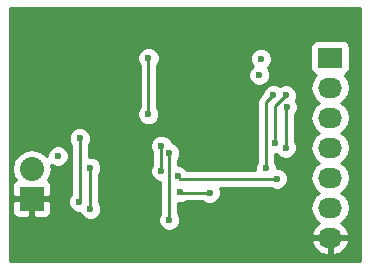
<source format=gbr>
G04 #@! TF.FileFunction,Copper,L2,Bot,Signal*
%FSLAX46Y46*%
G04 Gerber Fmt 4.6, Leading zero omitted, Abs format (unit mm)*
G04 Created by KiCad (PCBNEW 4.0.1+dfsg1-stable) date Thu 10 Mar 2016 03:19:20 PM PST*
%MOMM*%
G01*
G04 APERTURE LIST*
%ADD10C,0.020000*%
%ADD11R,2.032000X2.032000*%
%ADD12O,2.032000X2.032000*%
%ADD13R,2.032000X1.727200*%
%ADD14O,2.032000X1.727200*%
%ADD15C,0.600000*%
%ADD16C,0.250000*%
%ADD17C,0.254000*%
G04 APERTURE END LIST*
D10*
D11*
X132321300Y-104241600D03*
D12*
X132321300Y-101701600D03*
D13*
X157581600Y-92303600D03*
D14*
X157581600Y-94843600D03*
X157581600Y-97383600D03*
X157581600Y-99923600D03*
X157581600Y-102463600D03*
X157581600Y-105003600D03*
X157581600Y-107543600D03*
D15*
X134533600Y-100634800D03*
X137160000Y-107696000D03*
X134874000Y-105664000D03*
X142240000Y-107696000D03*
X132080000Y-107696000D03*
X152400000Y-107696000D03*
X147320000Y-107696000D03*
X137922000Y-92710000D03*
X140462000Y-98552000D03*
X133350000Y-91440000D03*
X148844000Y-93726000D03*
X147320000Y-90170000D03*
X142494000Y-90170000D03*
X149860000Y-98298000D03*
X131064000Y-96774000D03*
X151739600Y-90490000D03*
X153477000Y-93751400D03*
X154825700Y-93383100D03*
X156032200Y-98729800D03*
X155981400Y-96240600D03*
X154838400Y-90627200D03*
X154838400Y-103606600D03*
X154838400Y-101231700D03*
X150622000Y-100953000D03*
X137287000Y-101625400D03*
X137287000Y-105105200D03*
X147383500Y-103720900D03*
X144868900Y-103695500D03*
X151577000Y-93751400D03*
X153822400Y-99923600D03*
X153898600Y-96469200D03*
X144678400Y-102311200D03*
X153085800Y-102539800D03*
X152146000Y-101650800D03*
X152781000Y-95453200D03*
X143954500Y-106045000D03*
X143967200Y-100380800D03*
X143256000Y-101892100D03*
X143281400Y-99758500D03*
X152882600Y-99491800D03*
X153822400Y-95478600D03*
X151739600Y-92390000D03*
X142201900Y-92341700D03*
X142189200Y-97086000D03*
X136347200Y-104495600D03*
X136372600Y-99136200D03*
D16*
X134584400Y-100584000D02*
X134620000Y-100584000D01*
X134533600Y-100634800D02*
X134584400Y-100584000D01*
X137160000Y-107696000D02*
X136906000Y-107696000D01*
X136906000Y-107696000D02*
X134874000Y-105664000D01*
X140462000Y-98552000D02*
X140462000Y-102870000D01*
X140462000Y-102870000D02*
X141478000Y-103886000D01*
X142240000Y-104648000D02*
X141478000Y-103886000D01*
X142240000Y-104648000D02*
X142240000Y-107696000D01*
X137160000Y-107696000D02*
X142240000Y-107696000D01*
X132080000Y-107696000D02*
X137160000Y-107696000D01*
X147320000Y-107696000D02*
X152400000Y-107696000D01*
X152552400Y-107543600D02*
X152400000Y-107696000D01*
X152552400Y-107543600D02*
X157581600Y-107543600D01*
X142240000Y-107696000D02*
X147320000Y-107696000D01*
X140208000Y-97282000D02*
X140208000Y-98298000D01*
X137414000Y-92202000D02*
X137922000Y-92710000D01*
X137922000Y-92710000D02*
X140208000Y-94996000D01*
X140208000Y-94996000D02*
X140208000Y-97282000D01*
X137414000Y-92202000D02*
X137414000Y-90170000D01*
X140208000Y-98298000D02*
X140462000Y-98552000D01*
X137414000Y-90170000D02*
X134620000Y-90170000D01*
X134620000Y-90170000D02*
X133350000Y-91440000D01*
X148844000Y-93726000D02*
X148844000Y-97282000D01*
X147320000Y-92202000D02*
X148844000Y-93726000D01*
X137414000Y-90170000D02*
X142494000Y-90170000D01*
X142494000Y-90170000D02*
X147320000Y-90170000D01*
X147320000Y-90170000D02*
X147320000Y-92202000D01*
X148844000Y-97282000D02*
X149860000Y-98298000D01*
X131826000Y-92964000D02*
X131826000Y-96012000D01*
X131826000Y-96012000D02*
X131064000Y-96774000D01*
X131826000Y-96012000D02*
X131064000Y-96774000D01*
X147640000Y-90490000D02*
X147320000Y-90170000D01*
X151765000Y-90487500D02*
X151742100Y-90487500D01*
X151742100Y-90487500D02*
X151739600Y-90490000D01*
X151739600Y-90490000D02*
X147640000Y-90490000D01*
X134620000Y-90170000D02*
X131826000Y-92964000D01*
X153451600Y-93726000D02*
X153416000Y-93726000D01*
X153477000Y-93751400D02*
X153451600Y-93726000D01*
X154838400Y-103606600D02*
X154838400Y-103581200D01*
X154851100Y-101219000D02*
X154851100Y-101155500D01*
X154838400Y-101231700D02*
X154851100Y-101219000D01*
X150647400Y-100990400D02*
X150647400Y-100978400D01*
X150647400Y-100978400D02*
X150622000Y-100953000D01*
X137287000Y-105105200D02*
X137287000Y-101625400D01*
X144894300Y-103720900D02*
X147383500Y-103720900D01*
X144868900Y-103695500D02*
X144894300Y-103720900D01*
X151602400Y-93726000D02*
X151638000Y-93726000D01*
X151577000Y-93751400D02*
X151602400Y-93726000D01*
X153822400Y-96545400D02*
X153822400Y-99923600D01*
X153898600Y-96469200D02*
X153822400Y-96545400D01*
X144678400Y-102311200D02*
X144907000Y-102539800D01*
X144907000Y-102539800D02*
X153085800Y-102539800D01*
X152146000Y-96088200D02*
X152146000Y-101650800D01*
X152781000Y-95453200D02*
X152146000Y-96088200D01*
X143954500Y-100393500D02*
X143954500Y-106045000D01*
X143967200Y-100380800D02*
X143954500Y-100393500D01*
X143256000Y-101892100D02*
X143281400Y-101866700D01*
X143281400Y-101866700D02*
X143281400Y-99758500D01*
X152882600Y-96418400D02*
X152882600Y-99491800D01*
X153822400Y-95478600D02*
X152882600Y-96418400D01*
X151638000Y-92456000D02*
X151673600Y-92456000D01*
X151673600Y-92456000D02*
X151739600Y-92390000D01*
X142201900Y-97073300D02*
X142201900Y-92341700D01*
X142189200Y-97086000D02*
X142201900Y-97073300D01*
X136347200Y-104495600D02*
X136372600Y-104470200D01*
X136372600Y-104470200D02*
X136372600Y-99136200D01*
D17*
G36*
X160072000Y-109526000D02*
X130504000Y-109526000D01*
X130504000Y-107902626D01*
X155974242Y-107902626D01*
X155976891Y-107918391D01*
X156230868Y-108445636D01*
X156667280Y-108835554D01*
X157219687Y-109028784D01*
X157454600Y-108884524D01*
X157454600Y-107670600D01*
X157708600Y-107670600D01*
X157708600Y-108884524D01*
X157943513Y-109028784D01*
X158495920Y-108835554D01*
X158932332Y-108445636D01*
X159186309Y-107918391D01*
X159188958Y-107902626D01*
X159067817Y-107670600D01*
X157708600Y-107670600D01*
X157454600Y-107670600D01*
X156095383Y-107670600D01*
X155974242Y-107902626D01*
X130504000Y-107902626D01*
X130504000Y-104527350D01*
X130670300Y-104527350D01*
X130670300Y-105383910D01*
X130766973Y-105617299D01*
X130945602Y-105795927D01*
X131178991Y-105892600D01*
X132035550Y-105892600D01*
X132194300Y-105733850D01*
X132194300Y-104368600D01*
X132448300Y-104368600D01*
X132448300Y-105733850D01*
X132607050Y-105892600D01*
X133463609Y-105892600D01*
X133696998Y-105795927D01*
X133875627Y-105617299D01*
X133972300Y-105383910D01*
X133972300Y-104680767D01*
X135412038Y-104680767D01*
X135554083Y-105024543D01*
X135816873Y-105287792D01*
X136160401Y-105430438D01*
X136409804Y-105430655D01*
X136493883Y-105634143D01*
X136756673Y-105897392D01*
X137100201Y-106040038D01*
X137472167Y-106040362D01*
X137815943Y-105898317D01*
X138079192Y-105635527D01*
X138221838Y-105291999D01*
X138222162Y-104920033D01*
X138080117Y-104576257D01*
X138047000Y-104543082D01*
X138047000Y-102187863D01*
X138079192Y-102155727D01*
X138111771Y-102077267D01*
X142320838Y-102077267D01*
X142462883Y-102421043D01*
X142725673Y-102684292D01*
X143069201Y-102826938D01*
X143194500Y-102827047D01*
X143194500Y-105482537D01*
X143162308Y-105514673D01*
X143019662Y-105858201D01*
X143019338Y-106230167D01*
X143161383Y-106573943D01*
X143424173Y-106837192D01*
X143767701Y-106979838D01*
X144139667Y-106980162D01*
X144483443Y-106838117D01*
X144746692Y-106575327D01*
X144889338Y-106231799D01*
X144889662Y-105859833D01*
X144747617Y-105516057D01*
X144714500Y-105482882D01*
X144714500Y-104630366D01*
X145054067Y-104630662D01*
X145397843Y-104488617D01*
X145405573Y-104480900D01*
X146821037Y-104480900D01*
X146853173Y-104513092D01*
X147196701Y-104655738D01*
X147568667Y-104656062D01*
X147912443Y-104514017D01*
X148175692Y-104251227D01*
X148318338Y-103907699D01*
X148318662Y-103535733D01*
X148221177Y-103299800D01*
X152523337Y-103299800D01*
X152555473Y-103331992D01*
X152899001Y-103474638D01*
X153270967Y-103474962D01*
X153614743Y-103332917D01*
X153877992Y-103070127D01*
X154020638Y-102726599D01*
X154020962Y-102354633D01*
X153878917Y-102010857D01*
X153616127Y-101747608D01*
X153272599Y-101604962D01*
X153081041Y-101604795D01*
X153081162Y-101465633D01*
X152939117Y-101121857D01*
X152906000Y-101088682D01*
X152906000Y-100426821D01*
X153018696Y-100426919D01*
X153029283Y-100452543D01*
X153292073Y-100715792D01*
X153635601Y-100858438D01*
X154007567Y-100858762D01*
X154351343Y-100716717D01*
X154614592Y-100453927D01*
X154757238Y-100110399D01*
X154757562Y-99738433D01*
X154615517Y-99394657D01*
X154582400Y-99361482D01*
X154582400Y-97107730D01*
X154690792Y-96999527D01*
X154833438Y-96655999D01*
X154833762Y-96284033D01*
X154691717Y-95940257D01*
X154657387Y-95905867D01*
X154757238Y-95665399D01*
X154757562Y-95293433D01*
X154615517Y-94949657D01*
X154509645Y-94843600D01*
X155898255Y-94843600D01*
X156012329Y-95417089D01*
X156337185Y-95903270D01*
X156651966Y-96113600D01*
X156337185Y-96323930D01*
X156012329Y-96810111D01*
X155898255Y-97383600D01*
X156012329Y-97957089D01*
X156337185Y-98443270D01*
X156651966Y-98653600D01*
X156337185Y-98863930D01*
X156012329Y-99350111D01*
X155898255Y-99923600D01*
X156012329Y-100497089D01*
X156337185Y-100983270D01*
X156651966Y-101193600D01*
X156337185Y-101403930D01*
X156012329Y-101890111D01*
X155898255Y-102463600D01*
X156012329Y-103037089D01*
X156337185Y-103523270D01*
X156651966Y-103733600D01*
X156337185Y-103943930D01*
X156012329Y-104430111D01*
X155898255Y-105003600D01*
X156012329Y-105577089D01*
X156337185Y-106063270D01*
X156646669Y-106270061D01*
X156230868Y-106641564D01*
X155976891Y-107168809D01*
X155974242Y-107184574D01*
X156095383Y-107416600D01*
X157454600Y-107416600D01*
X157454600Y-107396600D01*
X157708600Y-107396600D01*
X157708600Y-107416600D01*
X159067817Y-107416600D01*
X159188958Y-107184574D01*
X159186309Y-107168809D01*
X158932332Y-106641564D01*
X158516531Y-106270061D01*
X158826015Y-106063270D01*
X159150871Y-105577089D01*
X159264945Y-105003600D01*
X159150871Y-104430111D01*
X158826015Y-103943930D01*
X158511234Y-103733600D01*
X158826015Y-103523270D01*
X159150871Y-103037089D01*
X159264945Y-102463600D01*
X159150871Y-101890111D01*
X158826015Y-101403930D01*
X158511234Y-101193600D01*
X158826015Y-100983270D01*
X159150871Y-100497089D01*
X159264945Y-99923600D01*
X159150871Y-99350111D01*
X158826015Y-98863930D01*
X158511234Y-98653600D01*
X158826015Y-98443270D01*
X159150871Y-97957089D01*
X159264945Y-97383600D01*
X159150871Y-96810111D01*
X158826015Y-96323930D01*
X158511234Y-96113600D01*
X158826015Y-95903270D01*
X159150871Y-95417089D01*
X159264945Y-94843600D01*
X159150871Y-94270111D01*
X158826015Y-93783930D01*
X158811687Y-93774357D01*
X158832917Y-93770362D01*
X159049041Y-93631290D01*
X159194031Y-93419090D01*
X159245040Y-93167200D01*
X159245040Y-91440000D01*
X159200762Y-91204683D01*
X159061690Y-90988559D01*
X158849490Y-90843569D01*
X158597600Y-90792560D01*
X156565600Y-90792560D01*
X156330283Y-90836838D01*
X156114159Y-90975910D01*
X155969169Y-91188110D01*
X155918160Y-91440000D01*
X155918160Y-93167200D01*
X155962438Y-93402517D01*
X156101510Y-93618641D01*
X156313710Y-93763631D01*
X156355039Y-93772000D01*
X156337185Y-93783930D01*
X156012329Y-94270111D01*
X155898255Y-94843600D01*
X154509645Y-94843600D01*
X154352727Y-94686408D01*
X154009199Y-94543762D01*
X153637233Y-94543438D01*
X153323406Y-94673108D01*
X153311327Y-94661008D01*
X152967799Y-94518362D01*
X152595833Y-94518038D01*
X152252057Y-94660083D01*
X151988808Y-94922873D01*
X151846162Y-95266401D01*
X151846121Y-95313277D01*
X151608599Y-95550799D01*
X151443852Y-95797361D01*
X151386000Y-96088200D01*
X151386000Y-101088337D01*
X151353808Y-101120473D01*
X151211162Y-101464001D01*
X151210887Y-101779800D01*
X145469064Y-101779800D01*
X145208727Y-101519008D01*
X144865199Y-101376362D01*
X144714500Y-101376231D01*
X144714500Y-100955941D01*
X144759392Y-100911127D01*
X144902038Y-100567599D01*
X144902362Y-100195633D01*
X144760317Y-99851857D01*
X144497527Y-99588608D01*
X144165991Y-99450942D01*
X144074517Y-99229557D01*
X143811727Y-98966308D01*
X143468199Y-98823662D01*
X143096233Y-98823338D01*
X142752457Y-98965383D01*
X142489208Y-99228173D01*
X142346562Y-99571701D01*
X142346238Y-99943667D01*
X142488283Y-100287443D01*
X142521400Y-100320618D01*
X142521400Y-101304281D01*
X142463808Y-101361773D01*
X142321162Y-101705301D01*
X142320838Y-102077267D01*
X138111771Y-102077267D01*
X138221838Y-101812199D01*
X138222162Y-101440233D01*
X138080117Y-101096457D01*
X137817327Y-100833208D01*
X137473799Y-100690562D01*
X137132600Y-100690265D01*
X137132600Y-99698663D01*
X137164792Y-99666527D01*
X137307438Y-99322999D01*
X137307762Y-98951033D01*
X137165717Y-98607257D01*
X136902927Y-98344008D01*
X136559399Y-98201362D01*
X136187433Y-98201038D01*
X135843657Y-98343083D01*
X135580408Y-98605873D01*
X135437762Y-98949401D01*
X135437438Y-99321367D01*
X135579483Y-99665143D01*
X135612600Y-99698318D01*
X135612600Y-103907781D01*
X135555008Y-103965273D01*
X135412362Y-104308801D01*
X135412038Y-104680767D01*
X133972300Y-104680767D01*
X133972300Y-104527350D01*
X133813550Y-104368600D01*
X132448300Y-104368600D01*
X132194300Y-104368600D01*
X130829050Y-104368600D01*
X130670300Y-104527350D01*
X130504000Y-104527350D01*
X130504000Y-101701600D01*
X130637955Y-101701600D01*
X130763630Y-102333410D01*
X130988266Y-102669601D01*
X130945602Y-102687273D01*
X130766973Y-102865901D01*
X130670300Y-103099290D01*
X130670300Y-103955850D01*
X130829050Y-104114600D01*
X132194300Y-104114600D01*
X132194300Y-104094600D01*
X132448300Y-104094600D01*
X132448300Y-104114600D01*
X133813550Y-104114600D01*
X133972300Y-103955850D01*
X133972300Y-103099290D01*
X133875627Y-102865901D01*
X133696998Y-102687273D01*
X133654334Y-102669601D01*
X133878970Y-102333410D01*
X134004645Y-101701600D01*
X133936771Y-101360374D01*
X134003273Y-101426992D01*
X134346801Y-101569638D01*
X134718767Y-101569962D01*
X135062543Y-101427917D01*
X135325792Y-101165127D01*
X135468438Y-100821599D01*
X135468762Y-100449633D01*
X135326717Y-100105857D01*
X135063927Y-99842608D01*
X134720399Y-99699962D01*
X134348433Y-99699638D01*
X134004657Y-99841683D01*
X133741408Y-100104473D01*
X133598762Y-100448001D01*
X133598586Y-100650166D01*
X133521078Y-100534167D01*
X132985455Y-100176275D01*
X132353645Y-100050600D01*
X132288955Y-100050600D01*
X131657145Y-100176275D01*
X131121522Y-100534167D01*
X130763630Y-101069790D01*
X130637955Y-101701600D01*
X130504000Y-101701600D01*
X130504000Y-97271167D01*
X141254038Y-97271167D01*
X141396083Y-97614943D01*
X141658873Y-97878192D01*
X142002401Y-98020838D01*
X142374367Y-98021162D01*
X142718143Y-97879117D01*
X142981392Y-97616327D01*
X143124038Y-97272799D01*
X143124362Y-96900833D01*
X142982317Y-96557057D01*
X142961900Y-96536604D01*
X142961900Y-93936567D01*
X150641838Y-93936567D01*
X150783883Y-94280343D01*
X151046673Y-94543592D01*
X151390201Y-94686238D01*
X151762167Y-94686562D01*
X152105943Y-94544517D01*
X152369192Y-94281727D01*
X152511838Y-93938199D01*
X152512162Y-93566233D01*
X152370117Y-93222457D01*
X152299749Y-93151966D01*
X152531792Y-92920327D01*
X152674438Y-92576799D01*
X152674762Y-92204833D01*
X152532717Y-91861057D01*
X152269927Y-91597808D01*
X151926399Y-91455162D01*
X151554433Y-91454838D01*
X151210657Y-91596883D01*
X150947408Y-91859673D01*
X150804762Y-92203201D01*
X150804438Y-92575167D01*
X150946483Y-92918943D01*
X151016851Y-92989434D01*
X150784808Y-93221073D01*
X150642162Y-93564601D01*
X150641838Y-93936567D01*
X142961900Y-93936567D01*
X142961900Y-92904163D01*
X142994092Y-92872027D01*
X143136738Y-92528499D01*
X143137062Y-92156533D01*
X142995017Y-91812757D01*
X142732227Y-91549508D01*
X142388699Y-91406862D01*
X142016733Y-91406538D01*
X141672957Y-91548583D01*
X141409708Y-91811373D01*
X141267062Y-92154901D01*
X141266738Y-92526867D01*
X141408783Y-92870643D01*
X141441900Y-92903818D01*
X141441900Y-96510859D01*
X141397008Y-96555673D01*
X141254362Y-96899201D01*
X141254038Y-97271167D01*
X130504000Y-97271167D01*
X130504000Y-88086000D01*
X160072000Y-88086000D01*
X160072000Y-109526000D01*
X160072000Y-109526000D01*
G37*
X160072000Y-109526000D02*
X130504000Y-109526000D01*
X130504000Y-107902626D01*
X155974242Y-107902626D01*
X155976891Y-107918391D01*
X156230868Y-108445636D01*
X156667280Y-108835554D01*
X157219687Y-109028784D01*
X157454600Y-108884524D01*
X157454600Y-107670600D01*
X157708600Y-107670600D01*
X157708600Y-108884524D01*
X157943513Y-109028784D01*
X158495920Y-108835554D01*
X158932332Y-108445636D01*
X159186309Y-107918391D01*
X159188958Y-107902626D01*
X159067817Y-107670600D01*
X157708600Y-107670600D01*
X157454600Y-107670600D01*
X156095383Y-107670600D01*
X155974242Y-107902626D01*
X130504000Y-107902626D01*
X130504000Y-104527350D01*
X130670300Y-104527350D01*
X130670300Y-105383910D01*
X130766973Y-105617299D01*
X130945602Y-105795927D01*
X131178991Y-105892600D01*
X132035550Y-105892600D01*
X132194300Y-105733850D01*
X132194300Y-104368600D01*
X132448300Y-104368600D01*
X132448300Y-105733850D01*
X132607050Y-105892600D01*
X133463609Y-105892600D01*
X133696998Y-105795927D01*
X133875627Y-105617299D01*
X133972300Y-105383910D01*
X133972300Y-104680767D01*
X135412038Y-104680767D01*
X135554083Y-105024543D01*
X135816873Y-105287792D01*
X136160401Y-105430438D01*
X136409804Y-105430655D01*
X136493883Y-105634143D01*
X136756673Y-105897392D01*
X137100201Y-106040038D01*
X137472167Y-106040362D01*
X137815943Y-105898317D01*
X138079192Y-105635527D01*
X138221838Y-105291999D01*
X138222162Y-104920033D01*
X138080117Y-104576257D01*
X138047000Y-104543082D01*
X138047000Y-102187863D01*
X138079192Y-102155727D01*
X138111771Y-102077267D01*
X142320838Y-102077267D01*
X142462883Y-102421043D01*
X142725673Y-102684292D01*
X143069201Y-102826938D01*
X143194500Y-102827047D01*
X143194500Y-105482537D01*
X143162308Y-105514673D01*
X143019662Y-105858201D01*
X143019338Y-106230167D01*
X143161383Y-106573943D01*
X143424173Y-106837192D01*
X143767701Y-106979838D01*
X144139667Y-106980162D01*
X144483443Y-106838117D01*
X144746692Y-106575327D01*
X144889338Y-106231799D01*
X144889662Y-105859833D01*
X144747617Y-105516057D01*
X144714500Y-105482882D01*
X144714500Y-104630366D01*
X145054067Y-104630662D01*
X145397843Y-104488617D01*
X145405573Y-104480900D01*
X146821037Y-104480900D01*
X146853173Y-104513092D01*
X147196701Y-104655738D01*
X147568667Y-104656062D01*
X147912443Y-104514017D01*
X148175692Y-104251227D01*
X148318338Y-103907699D01*
X148318662Y-103535733D01*
X148221177Y-103299800D01*
X152523337Y-103299800D01*
X152555473Y-103331992D01*
X152899001Y-103474638D01*
X153270967Y-103474962D01*
X153614743Y-103332917D01*
X153877992Y-103070127D01*
X154020638Y-102726599D01*
X154020962Y-102354633D01*
X153878917Y-102010857D01*
X153616127Y-101747608D01*
X153272599Y-101604962D01*
X153081041Y-101604795D01*
X153081162Y-101465633D01*
X152939117Y-101121857D01*
X152906000Y-101088682D01*
X152906000Y-100426821D01*
X153018696Y-100426919D01*
X153029283Y-100452543D01*
X153292073Y-100715792D01*
X153635601Y-100858438D01*
X154007567Y-100858762D01*
X154351343Y-100716717D01*
X154614592Y-100453927D01*
X154757238Y-100110399D01*
X154757562Y-99738433D01*
X154615517Y-99394657D01*
X154582400Y-99361482D01*
X154582400Y-97107730D01*
X154690792Y-96999527D01*
X154833438Y-96655999D01*
X154833762Y-96284033D01*
X154691717Y-95940257D01*
X154657387Y-95905867D01*
X154757238Y-95665399D01*
X154757562Y-95293433D01*
X154615517Y-94949657D01*
X154509645Y-94843600D01*
X155898255Y-94843600D01*
X156012329Y-95417089D01*
X156337185Y-95903270D01*
X156651966Y-96113600D01*
X156337185Y-96323930D01*
X156012329Y-96810111D01*
X155898255Y-97383600D01*
X156012329Y-97957089D01*
X156337185Y-98443270D01*
X156651966Y-98653600D01*
X156337185Y-98863930D01*
X156012329Y-99350111D01*
X155898255Y-99923600D01*
X156012329Y-100497089D01*
X156337185Y-100983270D01*
X156651966Y-101193600D01*
X156337185Y-101403930D01*
X156012329Y-101890111D01*
X155898255Y-102463600D01*
X156012329Y-103037089D01*
X156337185Y-103523270D01*
X156651966Y-103733600D01*
X156337185Y-103943930D01*
X156012329Y-104430111D01*
X155898255Y-105003600D01*
X156012329Y-105577089D01*
X156337185Y-106063270D01*
X156646669Y-106270061D01*
X156230868Y-106641564D01*
X155976891Y-107168809D01*
X155974242Y-107184574D01*
X156095383Y-107416600D01*
X157454600Y-107416600D01*
X157454600Y-107396600D01*
X157708600Y-107396600D01*
X157708600Y-107416600D01*
X159067817Y-107416600D01*
X159188958Y-107184574D01*
X159186309Y-107168809D01*
X158932332Y-106641564D01*
X158516531Y-106270061D01*
X158826015Y-106063270D01*
X159150871Y-105577089D01*
X159264945Y-105003600D01*
X159150871Y-104430111D01*
X158826015Y-103943930D01*
X158511234Y-103733600D01*
X158826015Y-103523270D01*
X159150871Y-103037089D01*
X159264945Y-102463600D01*
X159150871Y-101890111D01*
X158826015Y-101403930D01*
X158511234Y-101193600D01*
X158826015Y-100983270D01*
X159150871Y-100497089D01*
X159264945Y-99923600D01*
X159150871Y-99350111D01*
X158826015Y-98863930D01*
X158511234Y-98653600D01*
X158826015Y-98443270D01*
X159150871Y-97957089D01*
X159264945Y-97383600D01*
X159150871Y-96810111D01*
X158826015Y-96323930D01*
X158511234Y-96113600D01*
X158826015Y-95903270D01*
X159150871Y-95417089D01*
X159264945Y-94843600D01*
X159150871Y-94270111D01*
X158826015Y-93783930D01*
X158811687Y-93774357D01*
X158832917Y-93770362D01*
X159049041Y-93631290D01*
X159194031Y-93419090D01*
X159245040Y-93167200D01*
X159245040Y-91440000D01*
X159200762Y-91204683D01*
X159061690Y-90988559D01*
X158849490Y-90843569D01*
X158597600Y-90792560D01*
X156565600Y-90792560D01*
X156330283Y-90836838D01*
X156114159Y-90975910D01*
X155969169Y-91188110D01*
X155918160Y-91440000D01*
X155918160Y-93167200D01*
X155962438Y-93402517D01*
X156101510Y-93618641D01*
X156313710Y-93763631D01*
X156355039Y-93772000D01*
X156337185Y-93783930D01*
X156012329Y-94270111D01*
X155898255Y-94843600D01*
X154509645Y-94843600D01*
X154352727Y-94686408D01*
X154009199Y-94543762D01*
X153637233Y-94543438D01*
X153323406Y-94673108D01*
X153311327Y-94661008D01*
X152967799Y-94518362D01*
X152595833Y-94518038D01*
X152252057Y-94660083D01*
X151988808Y-94922873D01*
X151846162Y-95266401D01*
X151846121Y-95313277D01*
X151608599Y-95550799D01*
X151443852Y-95797361D01*
X151386000Y-96088200D01*
X151386000Y-101088337D01*
X151353808Y-101120473D01*
X151211162Y-101464001D01*
X151210887Y-101779800D01*
X145469064Y-101779800D01*
X145208727Y-101519008D01*
X144865199Y-101376362D01*
X144714500Y-101376231D01*
X144714500Y-100955941D01*
X144759392Y-100911127D01*
X144902038Y-100567599D01*
X144902362Y-100195633D01*
X144760317Y-99851857D01*
X144497527Y-99588608D01*
X144165991Y-99450942D01*
X144074517Y-99229557D01*
X143811727Y-98966308D01*
X143468199Y-98823662D01*
X143096233Y-98823338D01*
X142752457Y-98965383D01*
X142489208Y-99228173D01*
X142346562Y-99571701D01*
X142346238Y-99943667D01*
X142488283Y-100287443D01*
X142521400Y-100320618D01*
X142521400Y-101304281D01*
X142463808Y-101361773D01*
X142321162Y-101705301D01*
X142320838Y-102077267D01*
X138111771Y-102077267D01*
X138221838Y-101812199D01*
X138222162Y-101440233D01*
X138080117Y-101096457D01*
X137817327Y-100833208D01*
X137473799Y-100690562D01*
X137132600Y-100690265D01*
X137132600Y-99698663D01*
X137164792Y-99666527D01*
X137307438Y-99322999D01*
X137307762Y-98951033D01*
X137165717Y-98607257D01*
X136902927Y-98344008D01*
X136559399Y-98201362D01*
X136187433Y-98201038D01*
X135843657Y-98343083D01*
X135580408Y-98605873D01*
X135437762Y-98949401D01*
X135437438Y-99321367D01*
X135579483Y-99665143D01*
X135612600Y-99698318D01*
X135612600Y-103907781D01*
X135555008Y-103965273D01*
X135412362Y-104308801D01*
X135412038Y-104680767D01*
X133972300Y-104680767D01*
X133972300Y-104527350D01*
X133813550Y-104368600D01*
X132448300Y-104368600D01*
X132194300Y-104368600D01*
X130829050Y-104368600D01*
X130670300Y-104527350D01*
X130504000Y-104527350D01*
X130504000Y-101701600D01*
X130637955Y-101701600D01*
X130763630Y-102333410D01*
X130988266Y-102669601D01*
X130945602Y-102687273D01*
X130766973Y-102865901D01*
X130670300Y-103099290D01*
X130670300Y-103955850D01*
X130829050Y-104114600D01*
X132194300Y-104114600D01*
X132194300Y-104094600D01*
X132448300Y-104094600D01*
X132448300Y-104114600D01*
X133813550Y-104114600D01*
X133972300Y-103955850D01*
X133972300Y-103099290D01*
X133875627Y-102865901D01*
X133696998Y-102687273D01*
X133654334Y-102669601D01*
X133878970Y-102333410D01*
X134004645Y-101701600D01*
X133936771Y-101360374D01*
X134003273Y-101426992D01*
X134346801Y-101569638D01*
X134718767Y-101569962D01*
X135062543Y-101427917D01*
X135325792Y-101165127D01*
X135468438Y-100821599D01*
X135468762Y-100449633D01*
X135326717Y-100105857D01*
X135063927Y-99842608D01*
X134720399Y-99699962D01*
X134348433Y-99699638D01*
X134004657Y-99841683D01*
X133741408Y-100104473D01*
X133598762Y-100448001D01*
X133598586Y-100650166D01*
X133521078Y-100534167D01*
X132985455Y-100176275D01*
X132353645Y-100050600D01*
X132288955Y-100050600D01*
X131657145Y-100176275D01*
X131121522Y-100534167D01*
X130763630Y-101069790D01*
X130637955Y-101701600D01*
X130504000Y-101701600D01*
X130504000Y-97271167D01*
X141254038Y-97271167D01*
X141396083Y-97614943D01*
X141658873Y-97878192D01*
X142002401Y-98020838D01*
X142374367Y-98021162D01*
X142718143Y-97879117D01*
X142981392Y-97616327D01*
X143124038Y-97272799D01*
X143124362Y-96900833D01*
X142982317Y-96557057D01*
X142961900Y-96536604D01*
X142961900Y-93936567D01*
X150641838Y-93936567D01*
X150783883Y-94280343D01*
X151046673Y-94543592D01*
X151390201Y-94686238D01*
X151762167Y-94686562D01*
X152105943Y-94544517D01*
X152369192Y-94281727D01*
X152511838Y-93938199D01*
X152512162Y-93566233D01*
X152370117Y-93222457D01*
X152299749Y-93151966D01*
X152531792Y-92920327D01*
X152674438Y-92576799D01*
X152674762Y-92204833D01*
X152532717Y-91861057D01*
X152269927Y-91597808D01*
X151926399Y-91455162D01*
X151554433Y-91454838D01*
X151210657Y-91596883D01*
X150947408Y-91859673D01*
X150804762Y-92203201D01*
X150804438Y-92575167D01*
X150946483Y-92918943D01*
X151016851Y-92989434D01*
X150784808Y-93221073D01*
X150642162Y-93564601D01*
X150641838Y-93936567D01*
X142961900Y-93936567D01*
X142961900Y-92904163D01*
X142994092Y-92872027D01*
X143136738Y-92528499D01*
X143137062Y-92156533D01*
X142995017Y-91812757D01*
X142732227Y-91549508D01*
X142388699Y-91406862D01*
X142016733Y-91406538D01*
X141672957Y-91548583D01*
X141409708Y-91811373D01*
X141267062Y-92154901D01*
X141266738Y-92526867D01*
X141408783Y-92870643D01*
X141441900Y-92903818D01*
X141441900Y-96510859D01*
X141397008Y-96555673D01*
X141254362Y-96899201D01*
X141254038Y-97271167D01*
X130504000Y-97271167D01*
X130504000Y-88086000D01*
X160072000Y-88086000D01*
X160072000Y-109526000D01*
M02*

</source>
